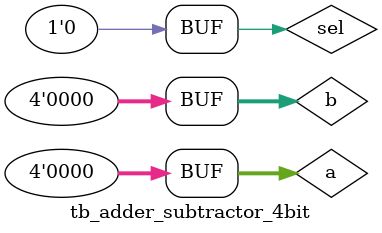
<source format=sv>
module tb_adder_subtractor_4bit;

    logic [3:0] a, b;
    logic sel;
    logic [3:0] result;
    logic overflow;

    adder_subtractor_4bit uut (a, b, sel, result, overflow);

    initial begin
        a = 4'b0011; b = 4'b0101; sel = 0;
        #10;

        a = 4'b0110; b = 4'b0011; sel = 1;
        #10;

        a = 4'b0111; b = 4'b0101; sel = 0;
        #10;

        a = 4'b1000; b = 4'b0001; sel = 1;
        #10;

        a = 4'b0000; b = 4'b0000; sel = 0;
        #10;
    end

endmodule
</source>
